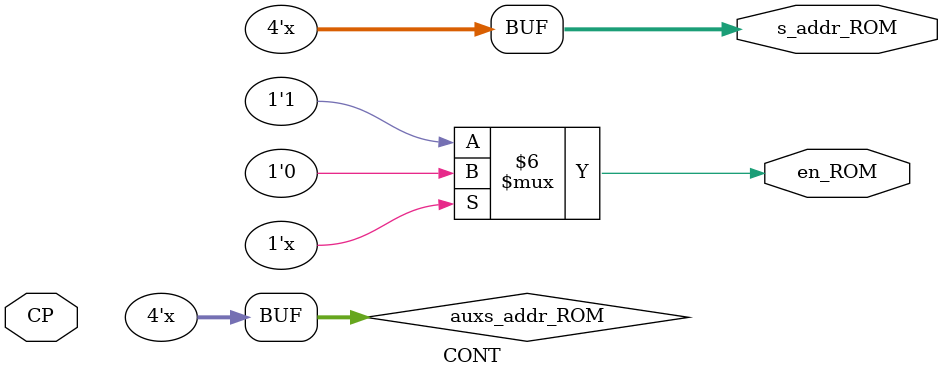
<source format=v>
`timescale 1ns / 1ps


module CONT(
// I/O
	input CP,
	output reg en_ROM,
	output reg [3:0] s_addr_ROM
);
//Se;ales internas
    reg [3:0] auxs_addr_ROM = 4'b1111;
//Cuerpo del modulo
    always@(CP)
    begin
        auxs_addr_ROM <= auxs_addr_ROM + 1;
        s_addr_ROM <= auxs_addr_ROM;
        if(auxs_addr_ROM > 4'b1101)
            en_ROM = 2'b00;
        else
            en_ROM = 2'b11;
    end
endmodule
</source>
